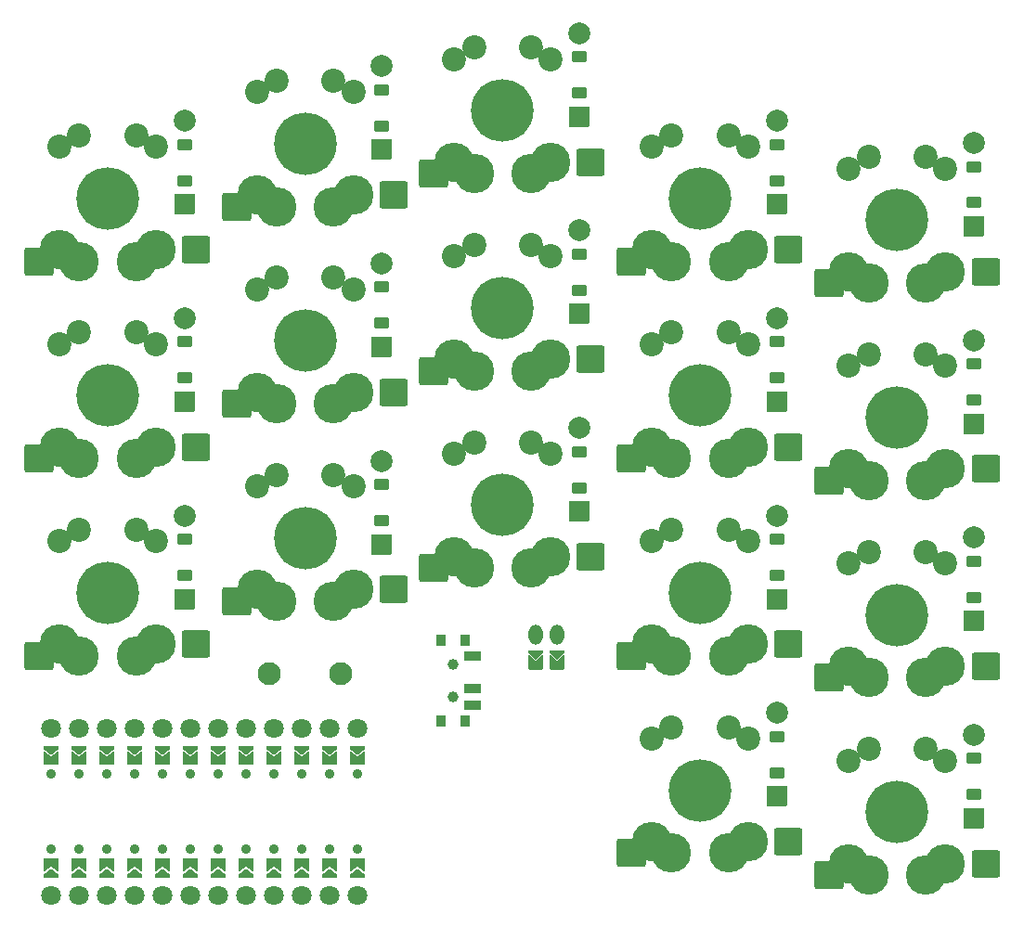
<source format=gbr>
%TF.GenerationSoftware,KiCad,Pcbnew,8.0.4*%
%TF.CreationDate,2024-08-16T23:13:27+08:00*%
%TF.ProjectId,board,626f6172-642e-46b6-9963-61645f706362,v1.0.0*%
%TF.SameCoordinates,Original*%
%TF.FileFunction,Soldermask,Top*%
%TF.FilePolarity,Negative*%
%FSLAX46Y46*%
G04 Gerber Fmt 4.6, Leading zero omitted, Abs format (unit mm)*
G04 Created by KiCad (PCBNEW 8.0.4) date 2024-08-16 23:13:27*
%MOMM*%
%LPD*%
G01*
G04 APERTURE LIST*
G04 Aperture macros list*
%AMRoundRect*
0 Rectangle with rounded corners*
0 $1 Rounding radius*
0 $2 $3 $4 $5 $6 $7 $8 $9 X,Y pos of 4 corners*
0 Add a 4 corners polygon primitive as box body*
4,1,4,$2,$3,$4,$5,$6,$7,$8,$9,$2,$3,0*
0 Add four circle primitives for the rounded corners*
1,1,$1+$1,$2,$3*
1,1,$1+$1,$4,$5*
1,1,$1+$1,$6,$7*
1,1,$1+$1,$8,$9*
0 Add four rect primitives between the rounded corners*
20,1,$1+$1,$2,$3,$4,$5,0*
20,1,$1+$1,$4,$5,$6,$7,0*
20,1,$1+$1,$6,$7,$8,$9,0*
20,1,$1+$1,$8,$9,$2,$3,0*%
%AMFreePoly0*
4,1,16,-0.214645,0.660355,-0.210957,0.656235,0.289043,0.031235,0.299694,-0.005522,0.289043,-0.031235,-0.210957,-0.656235,-0.244478,-0.674694,-0.250000,-0.675000,-0.500000,-0.675000,-0.535355,-0.660355,-0.550000,-0.625000,-0.550000,0.625000,-0.535355,0.660355,-0.500000,0.675000,-0.250000,0.675000,-0.214645,0.660355,-0.214645,0.660355,$1*%
%AMFreePoly1*
4,1,16,0.535355,0.660355,0.550000,0.625000,0.550000,-0.625000,0.535355,-0.660355,0.500000,-0.675000,-0.650000,-0.675000,-0.685355,-0.660355,-0.700000,-0.625000,-0.689043,-0.593765,-0.214031,0.000000,-0.689043,0.593765,-0.699694,0.630522,-0.681235,0.664043,-0.650000,0.675000,0.500000,0.675000,0.535355,0.660355,0.535355,0.660355,$1*%
%AMFreePoly2*
4,1,16,0.635355,0.285355,0.650000,0.250000,0.650000,-1.000000,0.635355,-1.035355,0.600000,-1.050000,0.564645,-1.035355,0.000000,-0.470710,-0.564645,-1.035355,-0.600000,-1.050000,-0.635355,-1.035355,-0.650000,-1.000000,-0.650000,0.250000,-0.635355,0.285355,-0.600000,0.300000,0.600000,0.300000,0.635355,0.285355,0.635355,0.285355,$1*%
%AMFreePoly3*
4,1,14,0.035355,0.435355,0.635355,-0.164645,0.650000,-0.200000,0.650000,-0.400000,0.635355,-0.435355,0.600000,-0.450000,-0.600000,-0.450000,-0.635355,-0.435355,-0.650000,-0.400000,-0.650000,-0.200000,-0.635355,-0.164645,-0.035355,0.435355,0.000000,0.450000,0.035355,0.435355,0.035355,0.435355,$1*%
G04 Aperture macros list end*
%ADD10RoundRect,0.050000X-0.400000X0.500000X-0.400000X-0.500000X0.400000X-0.500000X0.400000X0.500000X0*%
%ADD11C,1.000000*%
%ADD12RoundRect,0.050000X-0.750000X0.350000X-0.750000X-0.350000X0.750000X-0.350000X0.750000X0.350000X0*%
%ADD13C,2.100000*%
%ADD14FreePoly0,270.000000*%
%ADD15C,1.800000*%
%ADD16FreePoly0,90.000000*%
%ADD17C,0.900000*%
%ADD18FreePoly1,270.000000*%
%ADD19FreePoly1,90.000000*%
%ADD20FreePoly2,180.000000*%
%ADD21O,1.300000X1.850000*%
%ADD22FreePoly3,180.000000*%
%ADD23RoundRect,0.050000X0.889000X-0.889000X0.889000X0.889000X-0.889000X0.889000X-0.889000X-0.889000X0*%
%ADD24RoundRect,0.050000X0.600000X-0.450000X0.600000X0.450000X-0.600000X0.450000X-0.600000X-0.450000X0*%
%ADD25C,2.005000*%
%ADD26C,3.600000*%
%ADD27C,5.700000*%
%ADD28RoundRect,0.250000X-1.050000X-1.000000X1.050000X-1.000000X1.050000X1.000000X-1.050000X1.000000X0*%
%ADD29RoundRect,0.260000X-1.090000X-1.040000X1.090000X-1.040000X1.090000X1.040000X-1.090000X1.040000X0*%
%ADD30C,2.200000*%
G04 APERTURE END LIST*
D10*
%TO.C,PWR1*%
X207585000Y-168650000D03*
X207585000Y-161350000D03*
D11*
X206475000Y-166500000D03*
X206475000Y-163500000D03*
D10*
X205375000Y-168650000D03*
X205375000Y-161350000D03*
D12*
X208235000Y-162750000D03*
X208235000Y-165750000D03*
X208235000Y-167250000D03*
%TD*%
D13*
%TO.C,RST1*%
X196250000Y-164350000D03*
X189750000Y-164350000D03*
%TD*%
D14*
%TO.C,MCU1*%
X169800000Y-171450000D03*
D15*
X169800000Y-169330000D03*
D14*
X172340000Y-171450000D03*
D15*
X172340000Y-169330000D03*
D14*
X174880000Y-171450000D03*
D15*
X174880000Y-169330000D03*
D14*
X177420000Y-171450000D03*
D15*
X177420000Y-169330000D03*
D14*
X179960000Y-171450000D03*
D15*
X179960000Y-169330000D03*
D14*
X182500000Y-171450000D03*
D15*
X182500000Y-169330000D03*
D14*
X185040000Y-171450000D03*
D15*
X185040000Y-169330000D03*
D14*
X187580000Y-171450000D03*
D15*
X187580000Y-169330000D03*
D14*
X190120000Y-171450000D03*
D15*
X190120000Y-169330000D03*
D14*
X192660000Y-171450000D03*
D15*
X192660000Y-169330000D03*
D14*
X195200000Y-171450000D03*
D15*
X195200000Y-169330000D03*
D14*
X197740000Y-171450000D03*
D15*
X197740000Y-169330000D03*
X197740000Y-184570000D03*
D16*
X197740000Y-182450000D03*
D15*
X195200000Y-184570000D03*
D16*
X195200000Y-182450000D03*
D15*
X192660000Y-184570000D03*
D16*
X192660000Y-182450000D03*
D15*
X190120000Y-184570000D03*
D16*
X190120000Y-182450000D03*
D15*
X187580000Y-184570000D03*
D16*
X187580000Y-182450000D03*
D15*
X185040000Y-184570000D03*
D16*
X185040000Y-182450000D03*
D15*
X182500000Y-184570000D03*
D16*
X182500000Y-182450000D03*
D15*
X179960000Y-184570000D03*
D16*
X179960000Y-182450000D03*
D15*
X177420000Y-184570000D03*
D16*
X177420000Y-182450000D03*
D15*
X174880000Y-184570000D03*
D16*
X174880000Y-182450000D03*
D15*
X172340000Y-184570000D03*
D16*
X172340000Y-182450000D03*
D15*
X169800000Y-184570000D03*
D16*
X169800000Y-182450000D03*
D17*
X169800000Y-173550000D03*
D18*
X169800000Y-172175000D03*
D17*
X172340000Y-173550000D03*
D18*
X172340000Y-172175000D03*
D17*
X174880000Y-173550000D03*
D18*
X174880000Y-172175000D03*
D17*
X177420000Y-173550000D03*
D18*
X177420000Y-172175000D03*
D17*
X179960000Y-173550000D03*
D18*
X179960000Y-172175000D03*
D17*
X182500000Y-173550000D03*
D18*
X182500000Y-172175000D03*
D17*
X185040000Y-173550000D03*
D18*
X185040000Y-172175000D03*
D17*
X187580000Y-173550000D03*
D18*
X187580000Y-172175000D03*
D17*
X190120000Y-173550000D03*
D18*
X190120000Y-172175000D03*
D17*
X192660000Y-173550000D03*
D18*
X192660000Y-172175000D03*
D17*
X195200000Y-173550000D03*
D18*
X195200000Y-172175000D03*
D17*
X197740000Y-173550000D03*
D18*
X197740000Y-172175000D03*
D19*
X197740000Y-181725000D03*
D17*
X197740000Y-180350000D03*
D19*
X195200000Y-181725000D03*
D17*
X195200000Y-180350000D03*
D19*
X192660000Y-181725000D03*
D17*
X192660000Y-180350000D03*
D19*
X190120000Y-181725000D03*
D17*
X190120000Y-180350000D03*
D19*
X187580000Y-181725000D03*
D17*
X187580000Y-180350000D03*
D19*
X185040000Y-181725000D03*
D17*
X185040000Y-180350000D03*
D19*
X182500000Y-181725000D03*
D17*
X182500000Y-180350000D03*
D19*
X179960000Y-181725000D03*
D17*
X179960000Y-180350000D03*
D19*
X177420000Y-181725000D03*
D17*
X177420000Y-180350000D03*
D19*
X174880000Y-181725000D03*
D17*
X174880000Y-180350000D03*
D19*
X172340000Y-181725000D03*
D17*
X172340000Y-180350000D03*
D19*
X169800000Y-181725000D03*
D17*
X169800000Y-180350000D03*
%TD*%
D20*
%TO.C,JST1*%
X214000000Y-163666000D03*
X216000000Y-163666000D03*
D21*
X214000000Y-160850000D03*
X216000000Y-160850000D03*
D22*
X214000000Y-162650000D03*
X216000000Y-162650000D03*
%TD*%
D23*
%TO.C,D8*%
X218000000Y-131560000D03*
D24*
X218000000Y-129400000D03*
X218000000Y-126100000D03*
D25*
X218000000Y-123940000D03*
%TD*%
D23*
%TO.C,D13*%
X236000000Y-121560000D03*
D24*
X236000000Y-119400000D03*
X236000000Y-116100000D03*
D25*
X236000000Y-113940000D03*
%TD*%
D26*
%TO.C,S12*%
X226400000Y-144750000D03*
D27*
X229000000Y-139000000D03*
D26*
X231600000Y-144750000D03*
D28*
X237050000Y-143700000D03*
D29*
X222750000Y-144750000D03*
D30*
X224600000Y-134300000D03*
D26*
X224600000Y-143700000D03*
D30*
X226400000Y-133250000D03*
X231600000Y-133250000D03*
X233400000Y-134300000D03*
D26*
X233400000Y-143700000D03*
%TD*%
%TO.C,S14*%
X244400000Y-182750000D03*
D27*
X247000000Y-177000000D03*
D26*
X249600000Y-182750000D03*
D28*
X255050000Y-181700000D03*
D29*
X240750000Y-182750000D03*
D30*
X242600000Y-172300000D03*
D26*
X242600000Y-181700000D03*
D30*
X244400000Y-171250000D03*
X249600000Y-171250000D03*
X251400000Y-172300000D03*
D26*
X251400000Y-181700000D03*
%TD*%
%TO.C,S15*%
X244400000Y-164750000D03*
D27*
X247000000Y-159000000D03*
D26*
X249600000Y-164750000D03*
D28*
X255050000Y-163700000D03*
D29*
X240750000Y-164750000D03*
D30*
X242600000Y-154300000D03*
D26*
X242600000Y-163700000D03*
D30*
X244400000Y-153250000D03*
X249600000Y-153250000D03*
X251400000Y-154300000D03*
D26*
X251400000Y-163700000D03*
%TD*%
D23*
%TO.C,D16*%
X254000000Y-141560000D03*
D24*
X254000000Y-139400000D03*
X254000000Y-136100000D03*
D25*
X254000000Y-133940000D03*
%TD*%
D26*
%TO.C,S8*%
X208400000Y-136750000D03*
D27*
X211000000Y-131000000D03*
D26*
X213600000Y-136750000D03*
D28*
X219050000Y-135700000D03*
D29*
X204750000Y-136750000D03*
D30*
X206600000Y-126300000D03*
D26*
X206600000Y-135700000D03*
D30*
X208400000Y-125250000D03*
X213600000Y-125250000D03*
X215400000Y-126300000D03*
D26*
X215400000Y-135700000D03*
%TD*%
%TO.C,S17*%
X244400000Y-128750000D03*
D27*
X247000000Y-123000000D03*
D26*
X249600000Y-128750000D03*
D28*
X255050000Y-127700000D03*
D29*
X240750000Y-128750000D03*
D30*
X242600000Y-118300000D03*
D26*
X242600000Y-127700000D03*
D30*
X244400000Y-117250000D03*
X249600000Y-117250000D03*
X251400000Y-118300000D03*
D26*
X251400000Y-127700000D03*
%TD*%
D23*
%TO.C,D11*%
X236000000Y-157560000D03*
D24*
X236000000Y-155400000D03*
X236000000Y-152100000D03*
D25*
X236000000Y-149940000D03*
%TD*%
D26*
%TO.C,S5*%
X190400000Y-139750000D03*
D27*
X193000000Y-134000000D03*
D26*
X195600000Y-139750000D03*
D28*
X201050000Y-138700000D03*
D29*
X186750000Y-139750000D03*
D30*
X188600000Y-129300000D03*
D26*
X188600000Y-138700000D03*
D30*
X190400000Y-128250000D03*
X195600000Y-128250000D03*
X197400000Y-129300000D03*
D26*
X197400000Y-138700000D03*
%TD*%
%TO.C,S9*%
X208400000Y-118750000D03*
D27*
X211000000Y-113000000D03*
D26*
X213600000Y-118750000D03*
D28*
X219050000Y-117700000D03*
D29*
X204750000Y-118750000D03*
D30*
X206600000Y-108300000D03*
D26*
X206600000Y-117700000D03*
D30*
X208400000Y-107250000D03*
X213600000Y-107250000D03*
X215400000Y-108300000D03*
D26*
X215400000Y-117700000D03*
%TD*%
D23*
%TO.C,D12*%
X236000000Y-139560000D03*
D24*
X236000000Y-137400000D03*
X236000000Y-134100000D03*
D25*
X236000000Y-131940000D03*
%TD*%
D23*
%TO.C,D2*%
X182000000Y-139560000D03*
D24*
X182000000Y-137400000D03*
X182000000Y-134100000D03*
D25*
X182000000Y-131940000D03*
%TD*%
D23*
%TO.C,D7*%
X218000000Y-149560000D03*
D24*
X218000000Y-147400000D03*
X218000000Y-144100000D03*
D25*
X218000000Y-141940000D03*
%TD*%
D26*
%TO.C,S3*%
X172400000Y-126750000D03*
D27*
X175000000Y-121000000D03*
D26*
X177600000Y-126750000D03*
D28*
X183050000Y-125700000D03*
D29*
X168750000Y-126750000D03*
D30*
X170600000Y-116300000D03*
D26*
X170600000Y-125700000D03*
D30*
X172400000Y-115250000D03*
X177600000Y-115250000D03*
X179400000Y-116300000D03*
D26*
X179400000Y-125700000D03*
%TD*%
D23*
%TO.C,D17*%
X254000000Y-123560000D03*
D24*
X254000000Y-121400000D03*
X254000000Y-118100000D03*
D25*
X254000000Y-115940000D03*
%TD*%
D23*
%TO.C,D4*%
X200000000Y-152560000D03*
D24*
X200000000Y-150400000D03*
X200000000Y-147100000D03*
D25*
X200000000Y-144940000D03*
%TD*%
D23*
%TO.C,D1*%
X182000000Y-157560000D03*
D24*
X182000000Y-155400000D03*
X182000000Y-152100000D03*
D25*
X182000000Y-149940000D03*
%TD*%
D23*
%TO.C,D9*%
X218000000Y-113560000D03*
D24*
X218000000Y-111400000D03*
X218000000Y-108100000D03*
D25*
X218000000Y-105940000D03*
%TD*%
D26*
%TO.C,S2*%
X172400000Y-144750000D03*
D27*
X175000000Y-139000000D03*
D26*
X177600000Y-144750000D03*
D28*
X183050000Y-143700000D03*
D29*
X168750000Y-144750000D03*
D30*
X170600000Y-134300000D03*
D26*
X170600000Y-143700000D03*
D30*
X172400000Y-133250000D03*
X177600000Y-133250000D03*
X179400000Y-134300000D03*
D26*
X179400000Y-143700000D03*
%TD*%
D23*
%TO.C,D3*%
X182000000Y-121560000D03*
D24*
X182000000Y-119400000D03*
X182000000Y-116100000D03*
D25*
X182000000Y-113940000D03*
%TD*%
D23*
%TO.C,D6*%
X200000000Y-116560000D03*
D24*
X200000000Y-114400000D03*
X200000000Y-111100000D03*
D25*
X200000000Y-108940000D03*
%TD*%
D26*
%TO.C,S13*%
X226400000Y-126750000D03*
D27*
X229000000Y-121000000D03*
D26*
X231600000Y-126750000D03*
D28*
X237050000Y-125700000D03*
D29*
X222750000Y-126750000D03*
D30*
X224600000Y-116300000D03*
D26*
X224600000Y-125700000D03*
D30*
X226400000Y-115250000D03*
X231600000Y-115250000D03*
X233400000Y-116300000D03*
D26*
X233400000Y-125700000D03*
%TD*%
D23*
%TO.C,D10*%
X236000000Y-175560000D03*
D24*
X236000000Y-173400000D03*
X236000000Y-170100000D03*
D25*
X236000000Y-167940000D03*
%TD*%
D26*
%TO.C,S10*%
X226400000Y-180750000D03*
D27*
X229000000Y-175000000D03*
D26*
X231600000Y-180750000D03*
D28*
X237050000Y-179700000D03*
D29*
X222750000Y-180750000D03*
D30*
X224600000Y-170300000D03*
D26*
X224600000Y-179700000D03*
D30*
X226400000Y-169250000D03*
X231600000Y-169250000D03*
X233400000Y-170300000D03*
D26*
X233400000Y-179700000D03*
%TD*%
%TO.C,S11*%
X226400000Y-162750000D03*
D27*
X229000000Y-157000000D03*
D26*
X231600000Y-162750000D03*
D28*
X237050000Y-161700000D03*
D29*
X222750000Y-162750000D03*
D30*
X224600000Y-152300000D03*
D26*
X224600000Y-161700000D03*
D30*
X226400000Y-151250000D03*
X231600000Y-151250000D03*
X233400000Y-152300000D03*
D26*
X233400000Y-161700000D03*
%TD*%
%TO.C,S16*%
X244400000Y-146750000D03*
D27*
X247000000Y-141000000D03*
D26*
X249600000Y-146750000D03*
D28*
X255050000Y-145700000D03*
D29*
X240750000Y-146750000D03*
D30*
X242600000Y-136300000D03*
D26*
X242600000Y-145700000D03*
D30*
X244400000Y-135250000D03*
X249600000Y-135250000D03*
X251400000Y-136300000D03*
D26*
X251400000Y-145700000D03*
%TD*%
%TO.C,S4*%
X190400000Y-157750000D03*
D27*
X193000000Y-152000000D03*
D26*
X195600000Y-157750000D03*
D28*
X201050000Y-156700000D03*
D29*
X186750000Y-157750000D03*
D30*
X188600000Y-147300000D03*
D26*
X188600000Y-156700000D03*
D30*
X190400000Y-146250000D03*
X195600000Y-146250000D03*
X197400000Y-147300000D03*
D26*
X197400000Y-156700000D03*
%TD*%
D23*
%TO.C,D14*%
X254000000Y-177560000D03*
D24*
X254000000Y-175400000D03*
X254000000Y-172100000D03*
D25*
X254000000Y-169940000D03*
%TD*%
D26*
%TO.C,S7*%
X208400000Y-154750000D03*
D27*
X211000000Y-149000000D03*
D26*
X213600000Y-154750000D03*
D28*
X219050000Y-153700000D03*
D29*
X204750000Y-154750000D03*
D30*
X206600000Y-144300000D03*
D26*
X206600000Y-153700000D03*
D30*
X208400000Y-143250000D03*
X213600000Y-143250000D03*
X215400000Y-144300000D03*
D26*
X215400000Y-153700000D03*
%TD*%
D23*
%TO.C,D15*%
X254000000Y-159560000D03*
D24*
X254000000Y-157400000D03*
X254000000Y-154100000D03*
D25*
X254000000Y-151940000D03*
%TD*%
D26*
%TO.C,S6*%
X190400000Y-121750000D03*
D27*
X193000000Y-116000000D03*
D26*
X195600000Y-121750000D03*
D28*
X201050000Y-120700000D03*
D29*
X186750000Y-121750000D03*
D30*
X188600000Y-111300000D03*
D26*
X188600000Y-120700000D03*
D30*
X190400000Y-110250000D03*
X195600000Y-110250000D03*
X197400000Y-111300000D03*
D26*
X197400000Y-120700000D03*
%TD*%
D23*
%TO.C,D5*%
X200000000Y-134560000D03*
D24*
X200000000Y-132400000D03*
X200000000Y-129100000D03*
D25*
X200000000Y-126940000D03*
%TD*%
D26*
%TO.C,S1*%
X172400000Y-162750000D03*
D27*
X175000000Y-157000000D03*
D26*
X177600000Y-162750000D03*
D28*
X183050000Y-161700000D03*
D29*
X168750000Y-162750000D03*
D30*
X170600000Y-152300000D03*
D26*
X170600000Y-161700000D03*
D30*
X172400000Y-151250000D03*
X177600000Y-151250000D03*
X179400000Y-152300000D03*
D26*
X179400000Y-161700000D03*
%TD*%
M02*

</source>
